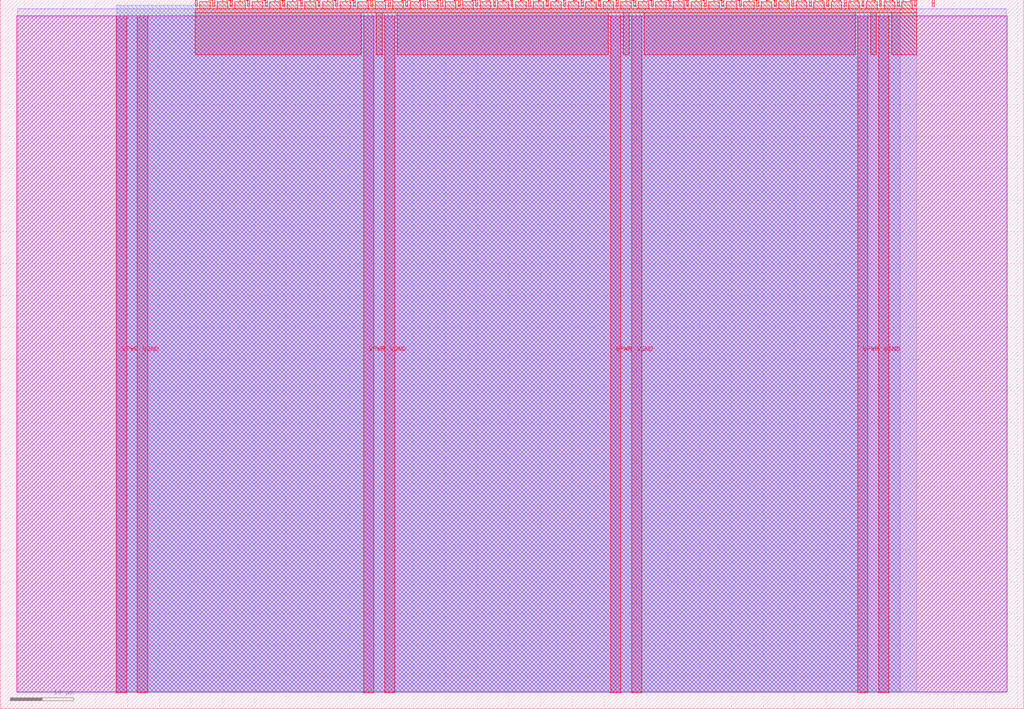
<source format=lef>
VERSION 5.7 ;
  NOWIREEXTENSIONATPIN ON ;
  DIVIDERCHAR "/" ;
  BUSBITCHARS "[]" ;
MACRO tt_um_factory_test
  CLASS BLOCK ;
  FOREIGN tt_um_factory_test ;
  ORIGIN 0.000 0.000 ;
  SIZE 161.000 BY 111.520 ;
  PIN VGND
    DIRECTION INOUT ;
    USE GROUND ;
    PORT
      LAYER met4 ;
        RECT 21.580 2.480 23.180 109.040 ;
    END
    PORT
      LAYER met4 ;
        RECT 60.450 2.480 62.050 109.040 ;
    END
    PORT
      LAYER met4 ;
        RECT 99.320 2.480 100.920 109.040 ;
    END
    PORT
      LAYER met4 ;
        RECT 138.190 2.480 139.790 109.040 ;
    END
  END VGND
  PIN VPWR
    DIRECTION INOUT ;
    USE POWER ;
    PORT
      LAYER met4 ;
        RECT 18.280 2.480 19.880 109.040 ;
    END
    PORT
      LAYER met4 ;
        RECT 57.150 2.480 58.750 109.040 ;
    END
    PORT
      LAYER met4 ;
        RECT 96.020 2.480 97.620 109.040 ;
    END
    PORT
      LAYER met4 ;
        RECT 134.890 2.480 136.490 109.040 ;
    END
  END VPWR
  PIN clk
    DIRECTION INPUT ;
    USE SIGNAL ;
    ANTENNAGATEAREA 0.852000 ;
    PORT
      LAYER met4 ;
        RECT 143.830 110.520 144.130 111.520 ;
    END
  END clk
  PIN ena
    DIRECTION INPUT ;
    USE SIGNAL ;
    PORT
      LAYER met4 ;
        RECT 146.590 110.520 146.890 111.520 ;
    END
  END ena
  PIN rst_n
    DIRECTION INPUT ;
    USE SIGNAL ;
    ANTENNAGATEAREA 0.247500 ;
    PORT
      LAYER met4 ;
        RECT 141.070 110.520 141.370 111.520 ;
    END
  END rst_n
  PIN ui_in[0]
    DIRECTION INPUT ;
    USE SIGNAL ;
    ANTENNAGATEAREA 0.213000 ;
    PORT
      LAYER met4 ;
        RECT 138.310 110.520 138.610 111.520 ;
    END
  END ui_in[0]
  PIN ui_in[1]
    DIRECTION INPUT ;
    USE SIGNAL ;
    ANTENNAGATEAREA 0.196500 ;
    PORT
      LAYER met4 ;
        RECT 135.550 110.520 135.850 111.520 ;
    END
  END ui_in[1]
  PIN ui_in[2]
    DIRECTION INPUT ;
    USE SIGNAL ;
    ANTENNAGATEAREA 0.196500 ;
    PORT
      LAYER met4 ;
        RECT 132.790 110.520 133.090 111.520 ;
    END
  END ui_in[2]
  PIN ui_in[3]
    DIRECTION INPUT ;
    USE SIGNAL ;
    ANTENNAGATEAREA 0.196500 ;
    PORT
      LAYER met4 ;
        RECT 130.030 110.520 130.330 111.520 ;
    END
  END ui_in[3]
  PIN ui_in[4]
    DIRECTION INPUT ;
    USE SIGNAL ;
    ANTENNAGATEAREA 0.196500 ;
    PORT
      LAYER met4 ;
        RECT 127.270 110.520 127.570 111.520 ;
    END
  END ui_in[4]
  PIN ui_in[5]
    DIRECTION INPUT ;
    USE SIGNAL ;
    ANTENNAGATEAREA 0.196500 ;
    PORT
      LAYER met4 ;
        RECT 124.510 110.520 124.810 111.520 ;
    END
  END ui_in[5]
  PIN ui_in[6]
    DIRECTION INPUT ;
    USE SIGNAL ;
    ANTENNAGATEAREA 0.196500 ;
    PORT
      LAYER met4 ;
        RECT 121.750 110.520 122.050 111.520 ;
    END
  END ui_in[6]
  PIN ui_in[7]
    DIRECTION INPUT ;
    USE SIGNAL ;
    ANTENNAGATEAREA 0.196500 ;
    PORT
      LAYER met4 ;
        RECT 118.990 110.520 119.290 111.520 ;
    END
  END ui_in[7]
  PIN uio_in[0]
    DIRECTION INPUT ;
    USE SIGNAL ;
    ANTENNAGATEAREA 0.196500 ;
    PORT
      LAYER met4 ;
        RECT 116.230 110.520 116.530 111.520 ;
    END
  END uio_in[0]
  PIN uio_in[1]
    DIRECTION INPUT ;
    USE SIGNAL ;
    ANTENNAGATEAREA 0.196500 ;
    PORT
      LAYER met4 ;
        RECT 113.470 110.520 113.770 111.520 ;
    END
  END uio_in[1]
  PIN uio_in[2]
    DIRECTION INPUT ;
    USE SIGNAL ;
    ANTENNAGATEAREA 0.196500 ;
    PORT
      LAYER met4 ;
        RECT 110.710 110.520 111.010 111.520 ;
    END
  END uio_in[2]
  PIN uio_in[3]
    DIRECTION INPUT ;
    USE SIGNAL ;
    ANTENNAGATEAREA 0.196500 ;
    PORT
      LAYER met4 ;
        RECT 107.950 110.520 108.250 111.520 ;
    END
  END uio_in[3]
  PIN uio_in[4]
    DIRECTION INPUT ;
    USE SIGNAL ;
    ANTENNAGATEAREA 0.196500 ;
    PORT
      LAYER met4 ;
        RECT 105.190 110.520 105.490 111.520 ;
    END
  END uio_in[4]
  PIN uio_in[5]
    DIRECTION INPUT ;
    USE SIGNAL ;
    ANTENNAGATEAREA 0.196500 ;
    PORT
      LAYER met4 ;
        RECT 102.430 110.520 102.730 111.520 ;
    END
  END uio_in[5]
  PIN uio_in[6]
    DIRECTION INPUT ;
    USE SIGNAL ;
    ANTENNAGATEAREA 0.196500 ;
    PORT
      LAYER met4 ;
        RECT 99.670 110.520 99.970 111.520 ;
    END
  END uio_in[6]
  PIN uio_in[7]
    DIRECTION INPUT ;
    USE SIGNAL ;
    ANTENNAGATEAREA 0.196500 ;
    PORT
      LAYER met4 ;
        RECT 96.910 110.520 97.210 111.520 ;
    END
  END uio_in[7]
  PIN uio_oe[0]
    DIRECTION OUTPUT ;
    USE SIGNAL ;
    ANTENNADIFFAREA 0.445500 ;
    PORT
      LAYER met4 ;
        RECT 49.990 110.520 50.290 111.520 ;
    END
  END uio_oe[0]
  PIN uio_oe[1]
    DIRECTION OUTPUT ;
    USE SIGNAL ;
    ANTENNADIFFAREA 0.445500 ;
    PORT
      LAYER met4 ;
        RECT 47.230 110.520 47.530 111.520 ;
    END
  END uio_oe[1]
  PIN uio_oe[2]
    DIRECTION OUTPUT ;
    USE SIGNAL ;
    ANTENNADIFFAREA 0.445500 ;
    PORT
      LAYER met4 ;
        RECT 44.470 110.520 44.770 111.520 ;
    END
  END uio_oe[2]
  PIN uio_oe[3]
    DIRECTION OUTPUT ;
    USE SIGNAL ;
    ANTENNADIFFAREA 0.445500 ;
    PORT
      LAYER met4 ;
        RECT 41.710 110.520 42.010 111.520 ;
    END
  END uio_oe[3]
  PIN uio_oe[4]
    DIRECTION OUTPUT ;
    USE SIGNAL ;
    ANTENNADIFFAREA 0.445500 ;
    PORT
      LAYER met4 ;
        RECT 38.950 110.520 39.250 111.520 ;
    END
  END uio_oe[4]
  PIN uio_oe[5]
    DIRECTION OUTPUT ;
    USE SIGNAL ;
    ANTENNADIFFAREA 0.445500 ;
    PORT
      LAYER met4 ;
        RECT 36.190 110.520 36.490 111.520 ;
    END
  END uio_oe[5]
  PIN uio_oe[6]
    DIRECTION OUTPUT ;
    USE SIGNAL ;
    ANTENNADIFFAREA 0.445500 ;
    PORT
      LAYER met4 ;
        RECT 33.430 110.520 33.730 111.520 ;
    END
  END uio_oe[6]
  PIN uio_oe[7]
    DIRECTION OUTPUT ;
    USE SIGNAL ;
    ANTENNAGATEAREA 2.103000 ;
    ANTENNADIFFAREA 0.924000 ;
    PORT
      LAYER met4 ;
        RECT 30.670 110.520 30.970 111.520 ;
    END
  END uio_oe[7]
  PIN uio_out[0]
    DIRECTION OUTPUT ;
    USE SIGNAL ;
    ANTENNADIFFAREA 0.643500 ;
    PORT
      LAYER met4 ;
        RECT 72.070 110.520 72.370 111.520 ;
    END
  END uio_out[0]
  PIN uio_out[1]
    DIRECTION OUTPUT ;
    USE SIGNAL ;
    ANTENNADIFFAREA 0.643500 ;
    PORT
      LAYER met4 ;
        RECT 69.310 110.520 69.610 111.520 ;
    END
  END uio_out[1]
  PIN uio_out[2]
    DIRECTION OUTPUT ;
    USE SIGNAL ;
    ANTENNADIFFAREA 0.643500 ;
    PORT
      LAYER met4 ;
        RECT 66.550 110.520 66.850 111.520 ;
    END
  END uio_out[2]
  PIN uio_out[3]
    DIRECTION OUTPUT ;
    USE SIGNAL ;
    ANTENNADIFFAREA 0.643500 ;
    PORT
      LAYER met4 ;
        RECT 63.790 110.520 64.090 111.520 ;
    END
  END uio_out[3]
  PIN uio_out[4]
    DIRECTION OUTPUT ;
    USE SIGNAL ;
    ANTENNADIFFAREA 0.643500 ;
    PORT
      LAYER met4 ;
        RECT 61.030 110.520 61.330 111.520 ;
    END
  END uio_out[4]
  PIN uio_out[5]
    DIRECTION OUTPUT ;
    USE SIGNAL ;
    ANTENNADIFFAREA 0.643500 ;
    PORT
      LAYER met4 ;
        RECT 58.270 110.520 58.570 111.520 ;
    END
  END uio_out[5]
  PIN uio_out[6]
    DIRECTION OUTPUT ;
    USE SIGNAL ;
    ANTENNADIFFAREA 0.643500 ;
    PORT
      LAYER met4 ;
        RECT 55.510 110.520 55.810 111.520 ;
    END
  END uio_out[6]
  PIN uio_out[7]
    DIRECTION OUTPUT ;
    USE SIGNAL ;
    ANTENNADIFFAREA 0.643500 ;
    PORT
      LAYER met4 ;
        RECT 52.750 110.520 53.050 111.520 ;
    END
  END uio_out[7]
  PIN uo_out[0]
    DIRECTION OUTPUT ;
    USE SIGNAL ;
    ANTENNADIFFAREA 1.288000 ;
    PORT
      LAYER met4 ;
        RECT 94.150 110.520 94.450 111.520 ;
    END
  END uo_out[0]
  PIN uo_out[1]
    DIRECTION OUTPUT ;
    USE SIGNAL ;
    ANTENNADIFFAREA 0.891000 ;
    PORT
      LAYER met4 ;
        RECT 91.390 110.520 91.690 111.520 ;
    END
  END uo_out[1]
  PIN uo_out[2]
    DIRECTION OUTPUT ;
    USE SIGNAL ;
    ANTENNADIFFAREA 0.891000 ;
    PORT
      LAYER met4 ;
        RECT 88.630 110.520 88.930 111.520 ;
    END
  END uo_out[2]
  PIN uo_out[3]
    DIRECTION OUTPUT ;
    USE SIGNAL ;
    ANTENNADIFFAREA 0.891000 ;
    PORT
      LAYER met4 ;
        RECT 85.870 110.520 86.170 111.520 ;
    END
  END uo_out[3]
  PIN uo_out[4]
    DIRECTION OUTPUT ;
    USE SIGNAL ;
    ANTENNADIFFAREA 0.891000 ;
    PORT
      LAYER met4 ;
        RECT 83.110 110.520 83.410 111.520 ;
    END
  END uo_out[4]
  PIN uo_out[5]
    DIRECTION OUTPUT ;
    USE SIGNAL ;
    ANTENNADIFFAREA 0.891000 ;
    PORT
      LAYER met4 ;
        RECT 80.350 110.520 80.650 111.520 ;
    END
  END uo_out[5]
  PIN uo_out[6]
    DIRECTION OUTPUT ;
    USE SIGNAL ;
    ANTENNADIFFAREA 0.891000 ;
    PORT
      LAYER met4 ;
        RECT 77.590 110.520 77.890 111.520 ;
    END
  END uo_out[6]
  PIN uo_out[7]
    DIRECTION OUTPUT ;
    USE SIGNAL ;
    ANTENNADIFFAREA 0.891000 ;
    PORT
      LAYER met4 ;
        RECT 74.830 110.520 75.130 111.520 ;
    END
  END uo_out[7]
  OBS
      LAYER nwell ;
        RECT 2.570 2.635 158.430 108.990 ;
      LAYER li1 ;
        RECT 2.760 2.635 158.240 108.885 ;
      LAYER met1 ;
        RECT 2.760 2.480 158.240 110.120 ;
      LAYER met2 ;
        RECT 18.310 2.535 141.590 110.685 ;
      LAYER met3 ;
        RECT 18.290 2.555 144.170 110.665 ;
      LAYER met4 ;
        RECT 31.370 110.120 33.030 111.170 ;
        RECT 34.130 110.120 35.790 111.170 ;
        RECT 36.890 110.120 38.550 111.170 ;
        RECT 39.650 110.120 41.310 111.170 ;
        RECT 42.410 110.120 44.070 111.170 ;
        RECT 45.170 110.120 46.830 111.170 ;
        RECT 47.930 110.120 49.590 111.170 ;
        RECT 50.690 110.120 52.350 111.170 ;
        RECT 53.450 110.120 55.110 111.170 ;
        RECT 56.210 110.120 57.870 111.170 ;
        RECT 58.970 110.120 60.630 111.170 ;
        RECT 61.730 110.120 63.390 111.170 ;
        RECT 64.490 110.120 66.150 111.170 ;
        RECT 67.250 110.120 68.910 111.170 ;
        RECT 70.010 110.120 71.670 111.170 ;
        RECT 72.770 110.120 74.430 111.170 ;
        RECT 75.530 110.120 77.190 111.170 ;
        RECT 78.290 110.120 79.950 111.170 ;
        RECT 81.050 110.120 82.710 111.170 ;
        RECT 83.810 110.120 85.470 111.170 ;
        RECT 86.570 110.120 88.230 111.170 ;
        RECT 89.330 110.120 90.990 111.170 ;
        RECT 92.090 110.120 93.750 111.170 ;
        RECT 94.850 110.120 96.510 111.170 ;
        RECT 97.610 110.120 99.270 111.170 ;
        RECT 100.370 110.120 102.030 111.170 ;
        RECT 103.130 110.120 104.790 111.170 ;
        RECT 105.890 110.120 107.550 111.170 ;
        RECT 108.650 110.120 110.310 111.170 ;
        RECT 111.410 110.120 113.070 111.170 ;
        RECT 114.170 110.120 115.830 111.170 ;
        RECT 116.930 110.120 118.590 111.170 ;
        RECT 119.690 110.120 121.350 111.170 ;
        RECT 122.450 110.120 124.110 111.170 ;
        RECT 125.210 110.120 126.870 111.170 ;
        RECT 127.970 110.120 129.630 111.170 ;
        RECT 130.730 110.120 132.390 111.170 ;
        RECT 133.490 110.120 135.150 111.170 ;
        RECT 136.250 110.120 137.910 111.170 ;
        RECT 139.010 110.120 140.670 111.170 ;
        RECT 141.770 110.120 143.430 111.170 ;
        RECT 30.655 109.440 144.145 110.120 ;
        RECT 30.655 102.855 56.750 109.440 ;
        RECT 59.150 102.855 60.050 109.440 ;
        RECT 62.450 102.855 95.620 109.440 ;
        RECT 98.020 102.855 98.920 109.440 ;
        RECT 101.320 102.855 134.490 109.440 ;
        RECT 136.890 102.855 137.790 109.440 ;
        RECT 140.190 102.855 144.145 109.440 ;
  END
END tt_um_factory_test
END LIBRARY


</source>
